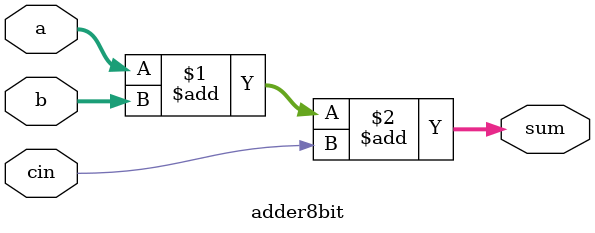
<source format=v>
module adder8bit (a, b, cin, sum);
    input [7:0] a, b;
    input cin;
    output [8:0] sum;

    assign sum = a + b + cin;
endmodule
</source>
